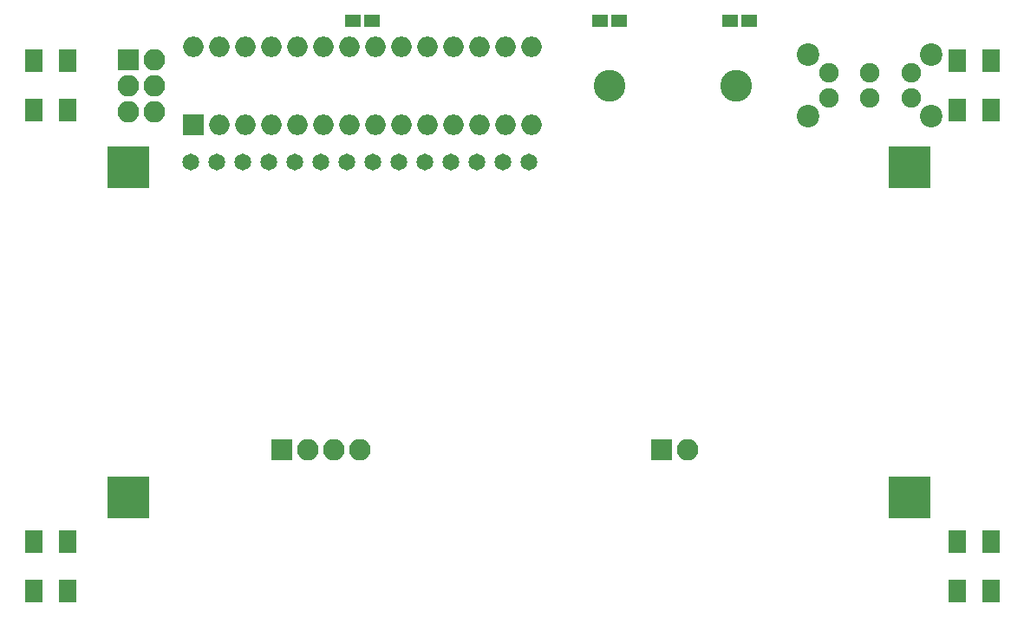
<source format=gbr>
G04 #@! TF.FileFunction,Soldermask,Top*
%FSLAX46Y46*%
G04 Gerber Fmt 4.6, Leading zero omitted, Abs format (unit mm)*
G04 Created by KiCad (PCBNEW 4.0.6) date Fri Mar 17 12:33:41 2017*
%MOMM*%
%LPD*%
G01*
G04 APERTURE LIST*
%ADD10C,0.100000*%
%ADD11R,2.100000X2.100000*%
%ADD12O,2.100000X2.100000*%
%ADD13R,1.600000X1.150000*%
%ADD14R,1.800000X2.200000*%
%ADD15C,1.900000*%
%ADD16C,2.200000*%
%ADD17R,2.000000X2.000000*%
%ADD18O,2.000000X2.000000*%
%ADD19C,3.100000*%
%ADD20R,4.150000X4.150000*%
%ADD21C,1.650000*%
G04 APERTURE END LIST*
D10*
D11*
X81280000Y-62230000D03*
D12*
X83820000Y-62230000D03*
D13*
X53020000Y-20320000D03*
X51120000Y-20320000D03*
X75250000Y-20320000D03*
X77150000Y-20320000D03*
X87950000Y-20320000D03*
X89850000Y-20320000D03*
D11*
X29210000Y-24130000D03*
D12*
X31750000Y-24130000D03*
X29210000Y-26670000D03*
X31750000Y-26670000D03*
X29210000Y-29210000D03*
X31750000Y-29210000D03*
D14*
X23240000Y-24270000D03*
X19940000Y-24270000D03*
X19940000Y-29070000D03*
X23240000Y-29070000D03*
X23240000Y-71260000D03*
X19940000Y-71260000D03*
X19940000Y-76060000D03*
X23240000Y-76060000D03*
X113410000Y-71260000D03*
X110110000Y-71260000D03*
X110110000Y-76060000D03*
X113410000Y-76060000D03*
X113410000Y-24270000D03*
X110110000Y-24270000D03*
X110110000Y-29070000D03*
X113410000Y-29070000D03*
D11*
X44197000Y-62217000D03*
D12*
X46737000Y-62217000D03*
X49277000Y-62217000D03*
X51817000Y-62217000D03*
D15*
X97600000Y-25420000D03*
X101600000Y-25420000D03*
X105600000Y-25420000D03*
X97600000Y-27920000D03*
X101600000Y-27920000D03*
X105600000Y-27920000D03*
D16*
X95600000Y-23670000D03*
X107600000Y-23670000D03*
X95600000Y-29670000D03*
X107600000Y-29670000D03*
D17*
X35560000Y-30480000D03*
D18*
X68580000Y-22860000D03*
X38100000Y-30480000D03*
X66040000Y-22860000D03*
X40640000Y-30480000D03*
X63500000Y-22860000D03*
X43180000Y-30480000D03*
X60960000Y-22860000D03*
X45720000Y-30480000D03*
X58420000Y-22860000D03*
X48260000Y-30480000D03*
X55880000Y-22860000D03*
X50800000Y-30480000D03*
X53340000Y-22860000D03*
X53340000Y-30480000D03*
X50800000Y-22860000D03*
X55880000Y-30480000D03*
X48260000Y-22860000D03*
X58420000Y-30480000D03*
X45720000Y-22860000D03*
X60960000Y-30480000D03*
X43180000Y-22860000D03*
X63500000Y-30480000D03*
X40640000Y-22860000D03*
X66040000Y-30480000D03*
X38100000Y-22860000D03*
X68580000Y-30480000D03*
X35560000Y-22860000D03*
D19*
X76200000Y-26670000D03*
X88540000Y-26670000D03*
D20*
X29185000Y-34675000D03*
X105435000Y-34675000D03*
X29185000Y-66925000D03*
X105435000Y-66950000D03*
D21*
X35310000Y-34130000D03*
X37850000Y-34130000D03*
X40390000Y-34130000D03*
X42930000Y-34130000D03*
X45470000Y-34130000D03*
X48010000Y-34130000D03*
X50550000Y-34130000D03*
X53090000Y-34130000D03*
X55630000Y-34130000D03*
X58170000Y-34130000D03*
X60710000Y-34130000D03*
X63250000Y-34130000D03*
X65790000Y-34130000D03*
X68330000Y-34130000D03*
M02*

</source>
